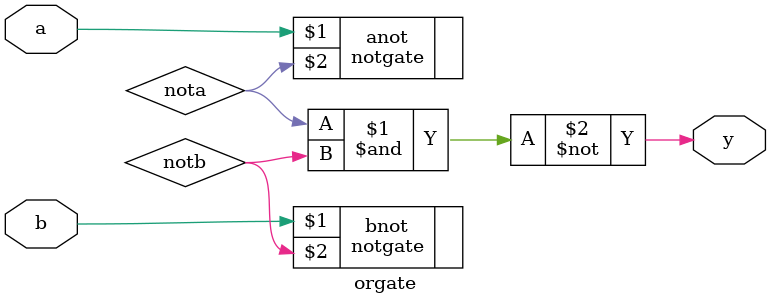
<source format=v>
module orgate (
    a,b,y
);
    input a,b;
    output y;
    wire nota,notb;
    notgate anot(a,nota);
    notgate bnot(b,notb);
    nand (y,nota,notb);
endmodule

</source>
